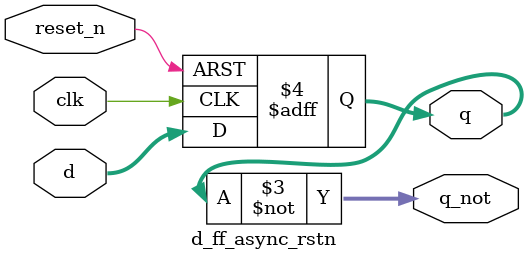
<source format=v>
module d_ff_async_rstn
#(parameter BUS_WIDTH = 8)
(
    input [BUS_WIDTH-1:0] d, 
    input clk, 
    input reset_n, 
    output reg [BUS_WIDTH-1:0] q, 
    output [BUS_WIDTH-1:0] q_not
);

    // rising edge trigger ff can use an async reset_n (high to low transitions)
    always @(posedge clk or negedge reset_n) begin 
        if(!reset_n) begin 
            q <= 0; // non-blocking assignment for sequential logic
        end else begin 
            q <= d; 
        end
    end 

    assign q_not = ~q; 

endmodule
</source>
